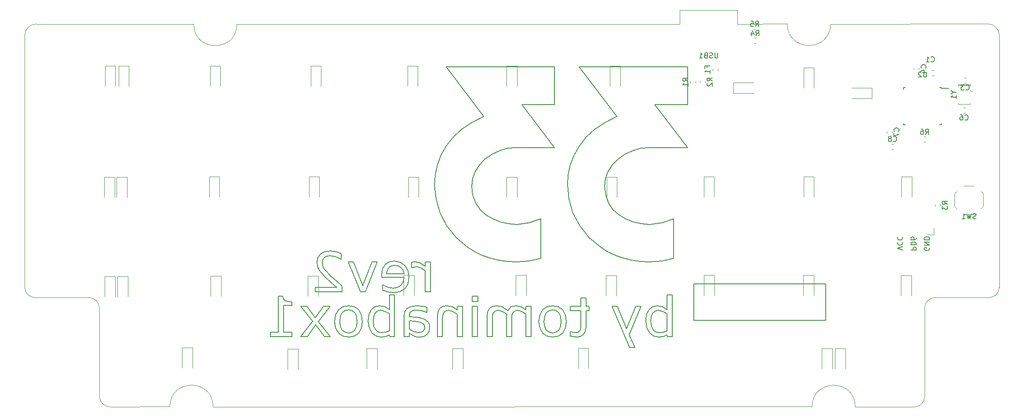
<source format=gbr>
G04 #@! TF.GenerationSoftware,KiCad,Pcbnew,(5.99.0-2555-g9cc6a77cc-dirty)*
G04 #@! TF.CreationDate,2020-09-08T07:39:34-05:00*
G04 #@! TF.ProjectId,_33,5f33332e-6b69-4636-9164-5f7063625858,rev?*
G04 #@! TF.SameCoordinates,Original*
G04 #@! TF.FileFunction,Legend,Bot*
G04 #@! TF.FilePolarity,Positive*
%FSLAX46Y46*%
G04 Gerber Fmt 4.6, Leading zero omitted, Abs format (unit mm)*
G04 Created by KiCad (PCBNEW (5.99.0-2555-g9cc6a77cc-dirty)) date 2020-09-08 07:39:34*
%MOMM*%
%LPD*%
G01*
G04 APERTURE LIST*
%ADD10C,0.200000*%
G04 #@! TA.AperFunction,Profile*
%ADD11C,0.050000*%
G04 #@! TD*
G04 #@! TA.AperFunction,Profile*
%ADD12C,0.100000*%
G04 #@! TD*
%ADD13C,0.150000*%
%ADD14C,0.120000*%
G04 APERTURE END LIST*
D10*
X126868959Y-94755412D02*
X127544625Y-94650768D01*
X158653142Y-107548023D02*
X157954219Y-107687549D01*
X163395735Y-102592313D02*
X161390695Y-102592313D01*
X130477998Y-103853144D02*
X130808726Y-103512080D01*
X112732035Y-93171491D02*
X112564088Y-94046112D01*
X126540261Y-103196887D02*
X125672099Y-102649119D01*
X131304818Y-103351884D02*
X131909431Y-103310544D01*
X179994166Y-107320660D02*
X179286202Y-107579042D01*
X123775581Y-103894525D02*
X124221291Y-103491450D01*
X133229764Y-106231532D02*
X133294359Y-106622980D01*
X158332498Y-71961625D02*
X151068098Y-71961625D01*
X169379898Y-102592275D02*
X172749188Y-110493575D01*
X145360766Y-104617941D02*
X145360698Y-108364475D01*
X161990143Y-108431730D02*
X162563750Y-108478240D01*
X156016366Y-103253725D02*
X155473765Y-104218780D01*
X176973684Y-104552102D02*
X177229481Y-103894525D01*
X107047978Y-101667229D02*
X106484708Y-101507032D01*
X164367248Y-102592313D02*
X164367248Y-100933503D01*
X119759244Y-102637485D02*
X118659828Y-102432072D01*
X124227010Y-94009975D02*
X123172810Y-94009975D01*
X137940074Y-103357046D02*
X138772061Y-103553415D01*
X136937554Y-103785959D02*
X137309623Y-103465566D01*
X136294029Y-84579075D02*
X135491052Y-81932316D01*
X132359018Y-105563616D02*
X133035977Y-105935685D01*
X126004673Y-96252736D02*
X126104166Y-95574484D01*
X146507994Y-103806629D02*
X146849057Y-103470733D01*
X147889129Y-86330087D02*
X149435652Y-86678742D01*
X150233842Y-103801460D02*
X150574905Y-103470731D01*
X131144626Y-107423962D02*
X130359147Y-106943373D01*
X124221291Y-103491450D02*
X124876291Y-103357092D01*
X143541738Y-100618185D02*
X142446198Y-100618185D01*
X179270694Y-108405858D02*
X179994161Y-108095800D01*
X143897559Y-75258168D02*
X143081386Y-76526481D01*
X142508208Y-108364455D02*
X143479722Y-108364455D01*
X172713008Y-108085465D02*
X175012598Y-102592275D01*
X175034152Y-86678742D02*
X176615798Y-86795225D01*
X163052198Y-56416825D02*
X183930998Y-56416825D01*
X119889728Y-103816995D02*
X120215288Y-104504290D01*
X185150198Y-105235575D02*
X185150198Y-98225175D01*
X155292898Y-105480975D02*
X155292898Y-105480975D01*
X115998498Y-105480975D02*
X116179366Y-106743168D01*
X137309623Y-103465566D02*
X137940074Y-103357046D01*
X134417538Y-99782147D02*
X134417538Y-94009907D01*
X133785283Y-102716267D02*
X132963631Y-102545735D01*
X142446198Y-100618185D02*
X142446198Y-101625875D01*
X142381298Y-79429224D02*
X142579438Y-81145908D01*
X151215692Y-103357044D02*
X152016673Y-103553413D01*
X164367248Y-106478368D02*
X164367248Y-103408798D01*
X151068098Y-71961625D02*
X149353003Y-72113727D01*
X131134289Y-108245620D02*
X131692392Y-108441989D01*
X124437043Y-107519617D02*
X123894443Y-107124294D01*
X114016158Y-93162447D02*
X114487705Y-92906649D01*
X180965673Y-108364517D02*
X180965673Y-100323687D01*
X172030403Y-85750452D02*
X173487629Y-86330087D01*
X152033298Y-63681225D02*
X158332498Y-71961625D01*
X121146753Y-106743170D02*
X121326328Y-105480975D01*
X151908153Y-102643909D02*
X150941807Y-102432036D01*
X129311956Y-96252727D02*
X126004673Y-96252736D01*
X181289398Y-85728425D02*
X181289398Y-93348425D01*
X110629378Y-102592235D02*
X109492498Y-102592235D01*
X123894443Y-107124294D02*
X123549504Y-106442166D01*
X130359145Y-105336245D02*
X131408175Y-105413755D01*
X159508385Y-106435693D02*
X159178949Y-107129445D01*
X126459423Y-94020310D02*
X125694616Y-94531905D01*
X130359145Y-106943375D02*
X130359145Y-105336245D01*
X173337610Y-72549794D02*
X171864212Y-73239463D01*
X133754273Y-108007907D02*
X134161224Y-107420091D01*
X147739111Y-72549794D02*
X146265712Y-73239463D01*
X151017298Y-94008825D02*
X149207412Y-93922058D01*
X152812488Y-108364473D02*
X153784001Y-108364473D01*
X168161368Y-77926954D02*
X167979798Y-79429224D01*
X139604049Y-108364475D02*
X140575563Y-108364475D01*
X169968142Y-92713425D02*
X168562026Y-92033132D01*
X133294359Y-106622980D02*
X133219428Y-107058352D01*
X178330191Y-103357092D02*
X179188017Y-103543126D01*
X133446024Y-99782147D02*
X134417538Y-99782147D01*
X132963631Y-102545735D02*
X131904271Y-102452715D01*
X180056171Y-108364517D02*
X180965673Y-108364517D01*
X144369642Y-92713425D02*
X142963526Y-92033132D01*
X133446024Y-95684217D02*
X133446024Y-99782147D01*
X146265712Y-73239463D02*
X144972098Y-74152375D01*
X150574905Y-103470731D02*
X151215692Y-103357044D01*
X116377798Y-98898517D02*
X112238528Y-98898517D01*
X131692392Y-108441989D02*
X132431363Y-108524669D01*
X176615798Y-86795225D02*
X179028798Y-86509475D01*
X135781267Y-75304900D02*
X136496336Y-73421728D01*
X156739829Y-107134613D02*
X156406517Y-106442151D01*
X173092838Y-93669497D02*
X171479330Y-93262750D01*
X121326328Y-105480975D02*
X121146753Y-104218782D01*
X112262348Y-104772975D02*
X110629378Y-102592235D01*
X177177798Y-102628448D02*
X176480168Y-103217558D01*
X123434518Y-105460315D02*
X123519784Y-104552102D01*
X125832302Y-107579042D02*
X125155343Y-107651392D01*
X158657022Y-103406169D02*
X159184116Y-103816995D01*
X176666598Y-71961625D02*
X174951503Y-72113727D01*
X170716648Y-84941025D02*
X172030403Y-85750452D01*
X123992622Y-108323176D02*
X124958968Y-108524713D01*
X117568168Y-102637485D02*
X116721968Y-103253725D01*
X140575563Y-108364475D02*
X140575563Y-102592235D01*
X112238498Y-99782175D02*
X117447468Y-99782175D01*
X210550158Y-98225175D02*
X210550158Y-105235575D01*
X138663541Y-102643911D02*
X137666189Y-102432038D01*
X107745608Y-107578996D02*
X106143638Y-107578996D01*
X115114878Y-102592235D02*
X113890148Y-102592235D01*
X159184116Y-103816995D02*
X159509677Y-104504290D01*
X115344238Y-96846967D02*
X113985158Y-95322517D01*
X126104166Y-95574484D02*
X126392245Y-95069346D01*
X146849057Y-103470733D02*
X147489843Y-103357046D01*
X130359143Y-104550773D02*
X130359143Y-104400912D01*
X118659828Y-103269227D02*
X119362627Y-103406169D01*
X116179366Y-104218780D02*
X115998498Y-105480975D01*
X125172682Y-99430823D02*
X126175202Y-99777054D01*
X160441151Y-106743170D02*
X160620726Y-105480975D01*
X134017822Y-105630807D02*
X133211673Y-104990022D01*
X131909431Y-103310544D02*
X132762089Y-103413897D01*
X134161224Y-107420091D02*
X134296874Y-106690167D01*
X120608028Y-107708225D02*
X121146753Y-106743170D01*
X123723899Y-102628448D02*
X123026269Y-103217558D01*
X176615798Y-94008825D02*
X174805912Y-93922058D01*
X142508208Y-102592215D02*
X142508208Y-108364455D01*
X174951503Y-72113727D02*
X173337610Y-72549794D01*
X123026269Y-103217558D02*
X122580561Y-104164525D01*
X136239929Y-102995310D02*
X135871736Y-103682606D01*
X168562026Y-92033132D02*
X167263736Y-91233478D01*
X113890148Y-102592235D02*
X112262348Y-104772975D01*
X163375065Y-106752250D02*
X163230372Y-107227672D01*
X139403148Y-89322525D02*
X137605403Y-87073434D01*
X130867378Y-95069275D02*
X131291124Y-94996925D01*
X112882458Y-105486105D02*
X115114878Y-102592235D01*
X132616108Y-107558320D02*
X132079966Y-107620332D01*
X117256288Y-92407975D02*
X116279608Y-92077247D01*
X177229481Y-103894525D02*
X177675190Y-103491450D01*
X123172810Y-94009975D02*
X121384810Y-98603995D01*
X159618197Y-105480975D02*
X159508385Y-106435693D01*
X146390418Y-102576730D02*
X145815517Y-103010811D01*
X143479722Y-108364455D02*
X143479722Y-102592215D01*
X115116868Y-92821383D02*
X116134888Y-92986747D01*
X121906750Y-99782215D02*
X124227010Y-94009975D01*
X162094836Y-73421728D02*
X163109348Y-71631425D01*
X156862566Y-102637485D02*
X156016366Y-103253725D01*
X106484708Y-101507032D02*
X106112638Y-101181472D01*
X129150467Y-95626157D02*
X129311956Y-96252727D01*
X149435652Y-86678742D02*
X151017298Y-86795225D01*
X156862565Y-108320589D02*
X157954226Y-108524710D01*
X164367248Y-100933503D02*
X163395735Y-100933503D01*
X172185908Y-106871065D02*
X170397908Y-102592275D01*
X106143638Y-102421706D02*
X107745608Y-102421706D01*
X165001648Y-89322525D02*
X163203903Y-87073434D01*
X132639874Y-95172622D02*
X133446024Y-95684217D01*
X131771713Y-94971085D02*
X132639874Y-95172622D01*
X128712513Y-98573001D02*
X128076895Y-98945070D01*
X179994159Y-100323687D02*
X179994159Y-103196887D01*
X142428427Y-67127291D02*
X144718098Y-66018025D01*
X153784001Y-102592233D02*
X152812488Y-102592233D01*
X138772061Y-103553415D02*
X139604049Y-104054675D01*
X177446521Y-108323176D02*
X178412868Y-108524713D01*
X130359145Y-108364475D02*
X130359145Y-107749527D01*
X125224362Y-98371463D02*
X125172682Y-98371463D01*
X110717228Y-108364475D02*
X112355368Y-106147565D01*
X167979798Y-79429224D02*
X168177938Y-81145908D01*
X117445440Y-107134613D02*
X117112125Y-106442151D01*
X148306328Y-103563751D02*
X149122813Y-104080513D01*
X115135548Y-108364475D02*
X112882458Y-105486105D01*
X132079966Y-107620332D02*
X131144626Y-107423962D01*
X152812488Y-102592233D02*
X152812488Y-103233019D01*
X162920314Y-107532562D02*
X162310534Y-107625582D01*
X157954226Y-108524710D02*
X159053641Y-108320589D01*
X157954219Y-107687549D02*
X157263049Y-107549315D01*
X157954226Y-102432072D02*
X156862566Y-102637485D01*
X158332498Y-56416825D02*
X158332498Y-63681225D01*
X143081386Y-76526481D02*
X142562868Y-77926954D01*
X160956400Y-77249984D02*
X161379767Y-75304900D01*
X105952438Y-100644039D02*
X105151458Y-100644039D01*
X114035568Y-92070787D02*
X113235878Y-92500992D01*
X179994166Y-104013380D02*
X179994166Y-107320660D01*
X168026927Y-67127291D02*
X170316598Y-66018025D01*
X136767022Y-104333727D02*
X136937554Y-103785959D01*
X159053641Y-108320589D02*
X159902426Y-107708225D01*
X149353003Y-72113727D02*
X147739111Y-72549794D01*
X165023537Y-103408798D02*
X165023537Y-102592313D01*
X152812488Y-104054673D02*
X152812488Y-108364473D01*
X130298972Y-96929686D02*
X130106478Y-95659741D01*
X113985158Y-95322517D02*
X113709975Y-94732115D01*
X131156767Y-94025407D02*
X130815704Y-94071917D01*
X156734666Y-103816995D02*
X157259180Y-103406169D01*
X125217902Y-95357433D02*
X125058998Y-96469765D01*
X130359143Y-104400912D02*
X130477998Y-103853144D01*
X105151458Y-107578999D02*
X103580498Y-107578999D01*
X118659830Y-107687549D02*
X117968663Y-107549315D01*
X161390695Y-103408798D02*
X163395735Y-103408798D01*
X143541738Y-101625875D02*
X143541738Y-100618185D01*
X173958408Y-102592275D02*
X172185908Y-106871065D01*
X117440268Y-103816995D02*
X117964783Y-103406169D01*
X173487629Y-86330087D02*
X175034152Y-86678742D01*
X142579438Y-81145908D02*
X143137742Y-82637563D01*
X125694616Y-94531905D02*
X125217902Y-95357433D01*
X157259180Y-103406169D02*
X157954226Y-103269227D01*
X156295413Y-105480973D02*
X156295418Y-105480975D01*
X164367248Y-103408798D02*
X165023537Y-103408798D01*
X163203903Y-87073434D02*
X161892529Y-84579075D01*
X146368468Y-104359565D02*
X146507994Y-103806629D01*
X117964783Y-103406169D02*
X118659828Y-103269227D01*
X128246131Y-94765748D02*
X128790025Y-95110687D01*
X177675190Y-103491450D02*
X178330191Y-103357092D01*
X113478758Y-96216515D02*
X114135048Y-96903809D01*
X122580561Y-104164525D02*
X122431992Y-105434468D01*
X150094316Y-104354396D02*
X150233842Y-103801460D01*
X148254637Y-102654244D02*
X147215947Y-102432036D01*
X133152246Y-108395478D02*
X133754273Y-108007907D01*
X122431992Y-105434468D02*
X122431998Y-105434475D01*
X103580498Y-108364475D02*
X107745608Y-108364475D01*
X161390698Y-108312875D02*
X161990143Y-108431730D01*
X109492498Y-102592235D02*
X111761088Y-105434425D01*
X168736242Y-82637563D02*
X169600536Y-83902998D01*
X158332498Y-63681225D02*
X152033298Y-63681225D01*
X129392798Y-108364475D02*
X130359145Y-108364475D01*
X124958968Y-108524713D02*
X125816794Y-108405858D01*
X149944455Y-102680083D02*
X149329507Y-103367377D01*
X210550158Y-105235575D02*
X185150198Y-105235575D01*
X113709975Y-94732115D02*
X113618248Y-94097787D01*
X152812488Y-103233019D02*
X151908153Y-102643909D01*
X124876291Y-103357092D02*
X125734117Y-103543126D01*
X153411248Y-93850075D02*
X151017298Y-94008825D01*
X176092603Y-106736715D02*
X176640372Y-107708228D01*
X128632412Y-94057775D02*
X127492946Y-93849778D01*
X146332298Y-108364475D02*
X146332298Y-105077865D01*
X179028798Y-86509475D02*
X181289398Y-85728425D01*
X161814442Y-107558402D02*
X161442373Y-107439547D01*
X170397908Y-102592275D02*
X169379898Y-102592275D01*
X118594298Y-94009975D02*
X120930068Y-99782215D01*
X129151761Y-97927047D02*
X128712513Y-98573001D01*
X123434524Y-105460314D02*
X123434518Y-105460315D01*
X133211673Y-104990022D02*
X131945603Y-104674796D01*
X103580498Y-107578999D02*
X103580498Y-108364475D01*
X175885898Y-105434475D02*
X176092603Y-106736715D01*
X126540267Y-107320660D02*
X125832302Y-107579042D01*
X112355368Y-106147565D02*
X114003838Y-108364475D01*
X127250072Y-99916580D02*
X128529059Y-99722794D01*
X144718098Y-66018025D02*
X137453698Y-56416825D01*
X117001020Y-105480973D02*
X117001018Y-105480975D01*
X135749005Y-104617950D02*
X135748998Y-108364475D01*
X176034460Y-104164525D02*
X175885891Y-105434468D01*
X185150198Y-98225175D02*
X210550158Y-98225175D01*
X177003403Y-106442166D02*
X176888423Y-105460314D01*
X159902426Y-103253725D02*
X159053642Y-102637485D01*
X130815698Y-95069275D02*
X130867378Y-95069275D01*
X129492822Y-99141436D02*
X130097435Y-98198343D01*
X117204588Y-93493175D02*
X117256288Y-93493175D01*
X163907330Y-108002818D02*
X164252269Y-107383994D01*
X125172682Y-98371463D02*
X125172682Y-99430823D01*
X126175202Y-99777054D02*
X127250072Y-99916580D01*
X113003338Y-95586065D02*
X113478758Y-96216515D01*
X175885891Y-105434468D02*
X175885898Y-105434475D01*
X113717725Y-93564229D02*
X114016158Y-93162447D01*
X156405230Y-104504290D02*
X156734666Y-103816995D01*
X116721968Y-107708225D02*
X117568168Y-108320589D01*
X143137742Y-82637563D02*
X144002036Y-83902998D01*
X176888418Y-105460315D02*
X176973684Y-104552102D01*
X164252269Y-107383994D02*
X164367248Y-106478368D01*
X112564088Y-94046112D02*
X112677778Y-94867764D01*
X149086633Y-108364473D02*
X150058146Y-108364473D01*
X139604049Y-104054675D02*
X139604049Y-108364475D01*
X117112125Y-106442151D02*
X117001020Y-105480973D01*
X159902426Y-107708225D02*
X160441151Y-106743170D01*
X135218498Y-79226025D02*
X135357900Y-77249984D01*
X145880830Y-93262750D02*
X144369642Y-92713425D01*
X133035977Y-105935685D02*
X133229764Y-106231532D01*
X115998498Y-105480975D02*
X115998498Y-105480975D01*
X112238528Y-98898517D02*
X112238498Y-99782175D01*
X131945603Y-104674796D02*
X130359143Y-104550773D01*
X144002036Y-83902998D02*
X145118148Y-84941025D01*
X115091058Y-91927386D02*
X114035568Y-92070787D01*
X135491052Y-81932316D02*
X135218498Y-79226025D01*
X119612310Y-94009975D02*
X118594298Y-94009975D01*
X117256288Y-93493175D02*
X117256288Y-92407975D01*
X161442373Y-107439547D02*
X161390693Y-107439547D01*
X179188017Y-103543126D02*
X179994166Y-104013380D01*
X128790025Y-95110687D02*
X129150467Y-95626157D01*
X156295418Y-105480975D02*
X156405230Y-104504290D01*
X155690898Y-93348425D02*
X153411248Y-93850075D01*
X183930998Y-71961625D02*
X176666598Y-71961625D01*
X130359145Y-107749527D02*
X130710543Y-107997574D01*
X119884560Y-107129445D02*
X119358753Y-107548023D01*
X134417538Y-94009907D02*
X133446024Y-94009907D01*
X133785283Y-103703284D02*
X133785283Y-102716267D01*
X183930998Y-63681225D02*
X177631798Y-63681225D01*
X161390693Y-107439547D02*
X161390698Y-108312875D01*
X116179366Y-106743168D02*
X116721968Y-107708225D01*
X133446024Y-94009907D02*
X133446024Y-94862566D01*
X117968663Y-107549315D02*
X117445440Y-107134613D01*
X121384810Y-98603995D02*
X119612310Y-94009975D01*
X116134888Y-92986747D02*
X117204588Y-93493175D01*
X129563339Y-103512078D02*
X129392807Y-104447419D01*
X130815704Y-94071917D02*
X130815698Y-95069275D01*
X135357900Y-77249984D02*
X135781267Y-75304900D01*
X125058998Y-96996875D02*
X129311958Y-96996875D01*
X161892529Y-84579075D02*
X161089552Y-81932316D01*
X142963526Y-92033132D02*
X141665236Y-91233478D01*
X163395735Y-100933503D02*
X163395735Y-102592313D01*
X159509677Y-104504290D02*
X159618197Y-105480975D01*
X160441151Y-104218782D02*
X159902426Y-103253725D01*
X126602272Y-108364517D02*
X127511774Y-108364517D01*
X116362258Y-97771973D02*
X115344238Y-96846967D01*
X172749188Y-110493575D02*
X173787878Y-110493575D01*
X156406517Y-106442151D02*
X156295413Y-105480973D01*
X155690898Y-85728425D02*
X155690898Y-93348425D01*
X114487705Y-92906649D02*
X115116868Y-92821383D01*
X123186472Y-107708228D02*
X123992622Y-108323176D01*
X142446198Y-101625875D02*
X143541738Y-101625875D01*
X173787878Y-110493575D02*
X172713008Y-108085465D01*
X127260410Y-99069093D02*
X126077020Y-98836550D01*
X107745608Y-101718909D02*
X107047978Y-101667229D01*
X131291124Y-94996925D02*
X131771713Y-94971085D01*
X131523669Y-94009907D02*
X131156767Y-94025407D01*
X146431903Y-85750452D02*
X147889129Y-86330087D01*
X115277088Y-97958009D02*
X116377798Y-98898517D01*
X168679885Y-76526481D02*
X168161368Y-77926954D01*
X117447468Y-99782175D02*
X117447468Y-98702145D01*
X130106478Y-95659741D02*
X129528996Y-94681766D01*
X155473765Y-106743168D02*
X156016366Y-107708225D01*
X106143638Y-107578996D02*
X106143638Y-102421706D01*
X165023537Y-102592313D02*
X164367248Y-102592313D01*
X140575563Y-102592235D02*
X139604049Y-102592235D01*
X169496059Y-75258168D02*
X168679885Y-76526481D01*
X162563750Y-108478240D02*
X163341477Y-108359384D01*
X130808726Y-103512080D02*
X131304818Y-103351884D01*
X159053642Y-102637485D02*
X157954226Y-102432072D01*
X116721968Y-103253725D02*
X116179366Y-104218780D01*
X132431363Y-108524669D02*
X133152246Y-108395478D01*
X136496336Y-73421728D02*
X137510848Y-71631425D01*
X131904271Y-102452715D02*
X130844911Y-102556068D01*
X126077020Y-98836550D02*
X125224362Y-98371463D01*
X135748998Y-108364475D02*
X136720512Y-108364475D01*
X163341477Y-108359384D02*
X163907330Y-108002818D01*
X166067654Y-68453250D02*
X168026927Y-67127291D01*
X161390695Y-102592313D02*
X161390695Y-103408798D01*
X145474454Y-103699396D02*
X145360766Y-104617941D01*
X120323808Y-105480975D02*
X120213996Y-106435693D01*
X111761088Y-105434425D02*
X109492498Y-108364475D01*
X125672099Y-102649119D02*
X124638569Y-102432078D01*
X136720512Y-105077865D02*
X136767022Y-104333727D01*
X150058146Y-108364473D02*
X150058146Y-105077863D01*
X107745608Y-102421706D02*
X107745608Y-101718909D01*
X136841954Y-102572856D02*
X136239929Y-102995310D01*
X150058146Y-105077863D02*
X150094316Y-104354396D01*
X180965673Y-100323687D02*
X179994159Y-100323687D01*
X113618248Y-94097787D02*
X113717725Y-93564229D01*
X160816998Y-79226025D02*
X160956400Y-77249984D01*
X121146753Y-104218782D02*
X120608028Y-103253725D01*
X176640372Y-107708228D02*
X177446521Y-108323176D01*
X117447468Y-98702145D02*
X116362258Y-97771973D01*
X144972098Y-74152375D02*
X143897559Y-75258168D01*
X128076895Y-98945070D02*
X127260410Y-99069093D01*
X168177938Y-81145908D02*
X168736242Y-82637563D01*
X145118148Y-84941025D02*
X146431903Y-85750452D01*
X127492946Y-93849778D02*
X126459423Y-94020310D01*
X114003838Y-108364475D02*
X115135548Y-108364475D01*
X183930998Y-56416825D02*
X183930998Y-63681225D01*
X149086633Y-104669623D02*
X149086633Y-108364473D01*
X130359147Y-106943373D02*
X130359145Y-106943375D01*
X117568168Y-108320589D02*
X118659828Y-108524710D01*
X163395735Y-106039118D02*
X163375065Y-106752250D01*
X123549504Y-106442166D02*
X123434524Y-105460314D01*
X126540267Y-104013380D02*
X126540267Y-107320660D01*
X149122813Y-104080513D02*
X149096973Y-104359565D01*
X178412868Y-108524713D02*
X179270694Y-108405858D01*
X119759243Y-108320589D02*
X120608028Y-107708225D01*
X146332298Y-105077865D02*
X146368468Y-104359565D01*
X179009748Y-93850075D02*
X176615798Y-94008825D01*
X122638703Y-106736715D02*
X123186472Y-107708228D01*
X176888423Y-105460314D02*
X176888418Y-105460315D01*
X113235878Y-92500992D02*
X112732035Y-93171491D01*
X135871736Y-103682606D02*
X135749005Y-104617950D01*
X147215947Y-102432036D02*
X146390418Y-102576730D01*
X126540261Y-100323687D02*
X126540261Y-103196887D01*
X179125998Y-102649119D02*
X178092468Y-102432078D01*
X149096973Y-104359565D02*
X149086633Y-104669623D01*
X156016366Y-107708225D02*
X156862565Y-108320589D01*
X155473765Y-104218780D02*
X155292898Y-105480975D01*
X127511774Y-100323687D02*
X126540261Y-100323687D01*
X171479330Y-93262750D02*
X169968142Y-92713425D01*
X114135048Y-96903809D02*
X115277088Y-97958009D01*
X171864212Y-73239463D02*
X170570598Y-74152375D01*
X161379767Y-75304900D02*
X162094836Y-73421728D01*
X155292898Y-105480975D02*
X155473765Y-106743168D01*
X130844911Y-102556068D02*
X130059431Y-102897131D01*
X106112638Y-101181472D02*
X105952438Y-100644039D01*
X124638569Y-102432078D02*
X123723899Y-102628448D01*
X129392807Y-104447419D02*
X129392798Y-108364475D01*
X137605403Y-87073434D02*
X136294029Y-84579075D01*
X125058998Y-96469765D02*
X125058998Y-96996875D01*
X147494338Y-93669497D02*
X145880830Y-93262750D01*
X130059431Y-102897131D02*
X129563339Y-103512078D01*
X164431041Y-69964947D02*
X166067654Y-68453250D01*
X126392245Y-95069346D02*
X126868959Y-94755412D01*
X179286202Y-107579042D02*
X178609242Y-107651392D01*
X149207412Y-93922058D02*
X147494338Y-93669497D01*
X163395735Y-103408798D02*
X163395735Y-106039118D01*
X141665236Y-91233478D02*
X139403148Y-89322525D01*
X176480168Y-103217558D02*
X176034460Y-104164525D01*
X178092468Y-102432078D02*
X177177798Y-102628448D01*
X107745608Y-108364475D02*
X107745608Y-107578996D01*
X162310534Y-107625582D02*
X161814442Y-107558402D01*
X139604049Y-103233021D02*
X138663541Y-102643911D01*
X161089552Y-81932316D02*
X160816998Y-79226025D01*
X133733603Y-103703284D02*
X133785283Y-103703284D01*
X159178949Y-107129445D02*
X158653142Y-107548023D01*
X163230372Y-107227672D02*
X162920314Y-107532562D01*
X137453698Y-56416825D02*
X158332498Y-56416825D01*
X122431998Y-105434475D02*
X122638703Y-106736715D01*
X170570598Y-74152375D02*
X169496059Y-75258168D01*
X177631798Y-63681225D02*
X183930998Y-71961625D01*
X134296874Y-106690167D02*
X134227111Y-106097183D01*
X136720512Y-108364475D02*
X136720512Y-105077865D01*
X178609242Y-107651392D02*
X177890942Y-107519617D01*
X170316598Y-66018025D02*
X163052198Y-56416825D01*
X140469154Y-68453250D02*
X142428427Y-67127291D01*
X112677778Y-94867764D02*
X113003338Y-95586065D01*
X179994161Y-108095800D02*
X180056171Y-108364517D01*
X132994636Y-107372286D02*
X132616108Y-107558320D01*
X151017298Y-86795225D02*
X153430299Y-86509475D01*
X142562868Y-77926954D02*
X142381298Y-79429224D01*
X147489843Y-103357046D02*
X148306328Y-103563751D01*
X125816794Y-108405858D02*
X126540262Y-108095800D01*
X128529059Y-99722794D02*
X129492822Y-99141436D01*
X177890942Y-107519617D02*
X177348342Y-107124294D01*
X120930068Y-99782215D02*
X121906750Y-99782215D01*
X127511774Y-108364517D02*
X127511774Y-100323687D01*
X129528996Y-94681766D02*
X128632412Y-94057775D01*
X125155343Y-107651392D02*
X124437043Y-107519617D01*
X118659828Y-102432072D02*
X117568168Y-102637485D01*
X125734117Y-103543126D02*
X126540267Y-104013380D01*
X179994159Y-103196887D02*
X179125998Y-102649119D01*
X105151458Y-100644039D02*
X105151458Y-107578999D01*
X109492498Y-108364475D02*
X110717228Y-108364475D01*
X133446024Y-94862566D02*
X132428004Y-94206277D01*
X163109348Y-71631425D02*
X164431041Y-69964947D01*
X145815517Y-103010811D02*
X145474454Y-103699396D01*
X131408175Y-105413755D02*
X132359018Y-105563616D01*
X137666189Y-102432038D02*
X136841954Y-102572856D01*
X143479722Y-102592215D02*
X142508208Y-102592215D01*
X153784001Y-108364473D02*
X153784001Y-102592233D01*
X130710543Y-107997574D02*
X131134289Y-108245620D01*
X157954226Y-103269227D02*
X158657022Y-103406169D01*
X150941807Y-102432036D02*
X149944455Y-102680083D01*
X123519784Y-104552102D02*
X123775581Y-103894525D01*
X157263049Y-107549315D02*
X156739829Y-107134613D01*
X132428004Y-94206277D02*
X131523669Y-94009907D01*
X130097435Y-98198343D02*
X130298972Y-96929686D01*
X127544625Y-94650768D02*
X128246131Y-94765748D01*
X138832541Y-69964947D02*
X140469154Y-68453250D01*
X137510848Y-71631425D02*
X138832541Y-69964947D01*
X119362627Y-103406169D02*
X119889728Y-103816995D01*
X133219428Y-107058352D02*
X132994636Y-107372286D01*
X139604049Y-102592235D02*
X139604049Y-103233021D01*
X117001018Y-105480975D02*
X117110831Y-104504290D01*
X132762089Y-103413897D02*
X133733603Y-103703284D01*
X116279608Y-92077247D02*
X115091058Y-91927386D01*
X167263736Y-91233478D02*
X165001648Y-89322525D01*
X169600536Y-83902998D02*
X170716648Y-84941025D01*
X175012598Y-102592275D02*
X173958408Y-102592275D01*
X153430299Y-86509475D02*
X155690898Y-85728425D01*
X174805912Y-93922058D02*
X173092838Y-93669497D01*
X126540262Y-108095800D02*
X126602272Y-108364517D01*
X145360698Y-108364475D02*
X146332298Y-108364475D01*
X120213996Y-106435693D02*
X119884560Y-107129445D01*
X160620726Y-105480975D02*
X160441151Y-104218782D01*
X177348342Y-107124294D02*
X177003403Y-106442166D01*
X118659828Y-108524710D02*
X119759243Y-108320589D01*
X149329507Y-103367377D02*
X148254637Y-102654244D01*
X152016673Y-103553413D02*
X152812488Y-104054673D01*
X181289398Y-93348425D02*
X179009748Y-93850075D01*
X117110831Y-104504290D02*
X117440268Y-103816995D01*
X120215288Y-104504290D02*
X120323808Y-105480975D01*
X119358753Y-107548023D02*
X118659830Y-107687549D01*
X120608028Y-103253725D02*
X119759244Y-102637485D01*
X134227111Y-106097183D02*
X134017822Y-105630807D01*
X129311958Y-96996875D02*
X129151761Y-97927047D01*
D11*
X241750000Y-48140000D02*
G75*
G02*
X244000199Y-50390199I0J-2250199D01*
G01*
X182420000Y-48160000D02*
X97178803Y-48212991D01*
X227600000Y-121950000D02*
X216250000Y-121940000D01*
X84250000Y-121887009D02*
X72680000Y-121910000D01*
X207910222Y-121897009D02*
G75*
G02*
X216250000Y-121940000I4169778J-42991D01*
G01*
X72680000Y-121910000D02*
G75*
G02*
X70670000Y-119900000I0J2010000D01*
G01*
X231620000Y-100890000D02*
X241980000Y-100890000D01*
X241980000Y-100890000D02*
G75*
G03*
X243990000Y-98880000I0J2010000D01*
G01*
X229610000Y-119940000D02*
X229610000Y-102900000D01*
X231620000Y-100890000D02*
G75*
G03*
X229610000Y-102900000I0J-2010000D01*
G01*
X227600000Y-121950000D02*
G75*
G03*
X229610000Y-119940000I0J2010000D01*
G01*
X56289801Y-50410000D02*
G75*
G02*
X58540000Y-48159801I2250199J0D01*
G01*
D12*
X56290000Y-98880000D02*
X56289801Y-50410000D01*
D11*
X68660000Y-100890000D02*
G75*
G02*
X70670000Y-102900000I0J-2010000D01*
G01*
X211489778Y-48182991D02*
G75*
G02*
X203150000Y-48140000I-4169778J42991D01*
G01*
X58540000Y-48159801D02*
X88839025Y-48170000D01*
X84250000Y-121887009D02*
G75*
G02*
X92589778Y-121930000I4169778J-42991D01*
G01*
D12*
X244000199Y-50390199D02*
X243990000Y-98880000D01*
D11*
X58300000Y-100890000D02*
G75*
G02*
X56290000Y-98880000I0J2010000D01*
G01*
X182420000Y-48160000D02*
X182420000Y-45500000D01*
X241750000Y-48140000D02*
X211489778Y-48182991D01*
D12*
X207910222Y-121897009D02*
X92589778Y-121930000D01*
D11*
X68660000Y-100890000D02*
X58300000Y-100890000D01*
X182420000Y-45500000D02*
X193510000Y-45500000D01*
X97178803Y-48212991D02*
G75*
G02*
X88839025Y-48170000I-4169778J42991D01*
G01*
X70670000Y-119900000D02*
X70670000Y-102900000D01*
X193510000Y-45500000D02*
X193510000Y-48160000D01*
X193510000Y-48160000D02*
X203150000Y-48140000D01*
D13*
X225347619Y-91733333D02*
X224347619Y-91400000D01*
X225347619Y-91066666D01*
X224442857Y-90161904D02*
X224395238Y-90209523D01*
X224347619Y-90352380D01*
X224347619Y-90447619D01*
X224395238Y-90590476D01*
X224490476Y-90685714D01*
X224585714Y-90733333D01*
X224776190Y-90780952D01*
X224919047Y-90780952D01*
X225109523Y-90733333D01*
X225204761Y-90685714D01*
X225300000Y-90590476D01*
X225347619Y-90447619D01*
X225347619Y-90352380D01*
X225300000Y-90209523D01*
X225252380Y-90161904D01*
X224442857Y-89161904D02*
X224395238Y-89209523D01*
X224347619Y-89352380D01*
X224347619Y-89447619D01*
X224395238Y-89590476D01*
X224490476Y-89685714D01*
X224585714Y-89733333D01*
X224776190Y-89780952D01*
X224919047Y-89780952D01*
X225109523Y-89733333D01*
X225204761Y-89685714D01*
X225300000Y-89590476D01*
X225347619Y-89447619D01*
X225347619Y-89352380D01*
X225300000Y-89209523D01*
X225252380Y-89161904D01*
X226947619Y-91738095D02*
X227947619Y-91738095D01*
X227947619Y-91357142D01*
X227900000Y-91261904D01*
X227852380Y-91214285D01*
X227757142Y-91166666D01*
X227614285Y-91166666D01*
X227519047Y-91214285D01*
X227471428Y-91261904D01*
X227423809Y-91357142D01*
X227423809Y-91738095D01*
X226947619Y-90738095D02*
X227947619Y-90738095D01*
X227947619Y-90500000D01*
X227900000Y-90357142D01*
X227804761Y-90261904D01*
X227709523Y-90214285D01*
X227519047Y-90166666D01*
X227376190Y-90166666D01*
X227185714Y-90214285D01*
X227090476Y-90261904D01*
X226995238Y-90357142D01*
X226947619Y-90500000D01*
X226947619Y-90738095D01*
X227947619Y-89309523D02*
X227947619Y-89500000D01*
X227900000Y-89595238D01*
X227852380Y-89642857D01*
X227709523Y-89738095D01*
X227519047Y-89785714D01*
X227138095Y-89785714D01*
X227042857Y-89738095D01*
X226995238Y-89690476D01*
X226947619Y-89595238D01*
X226947619Y-89404761D01*
X226995238Y-89309523D01*
X227042857Y-89261904D01*
X227138095Y-89214285D01*
X227376190Y-89214285D01*
X227471428Y-89261904D01*
X227519047Y-89309523D01*
X227566666Y-89404761D01*
X227566666Y-89595238D01*
X227519047Y-89690476D01*
X227471428Y-89738095D01*
X227376190Y-89785714D01*
X230500000Y-91261904D02*
X230547619Y-91357142D01*
X230547619Y-91500000D01*
X230500000Y-91642857D01*
X230404761Y-91738095D01*
X230309523Y-91785714D01*
X230119047Y-91833333D01*
X229976190Y-91833333D01*
X229785714Y-91785714D01*
X229690476Y-91738095D01*
X229595238Y-91642857D01*
X229547619Y-91500000D01*
X229547619Y-91404761D01*
X229595238Y-91261904D01*
X229642857Y-91214285D01*
X229976190Y-91214285D01*
X229976190Y-91404761D01*
X229547619Y-90785714D02*
X230547619Y-90785714D01*
X229547619Y-90214285D01*
X230547619Y-90214285D01*
X229547619Y-89738095D02*
X230547619Y-89738095D01*
X230547619Y-89500000D01*
X230500000Y-89357142D01*
X230404761Y-89261904D01*
X230309523Y-89214285D01*
X230119047Y-89166666D01*
X229976190Y-89166666D01*
X229785714Y-89214285D01*
X229690476Y-89261904D01*
X229595238Y-89357142D01*
X229547619Y-89500000D01*
X229547619Y-89738095D01*
X230854166Y-55357142D02*
X230901785Y-55404761D01*
X231044642Y-55452380D01*
X231139880Y-55452380D01*
X231282738Y-55404761D01*
X231377976Y-55309523D01*
X231425595Y-55214285D01*
X231473214Y-55023809D01*
X231473214Y-54880952D01*
X231425595Y-54690476D01*
X231377976Y-54595238D01*
X231282738Y-54500000D01*
X231139880Y-54452380D01*
X231044642Y-54452380D01*
X230901785Y-54500000D01*
X230854166Y-54547619D01*
X229901785Y-55452380D02*
X230473214Y-55452380D01*
X230187500Y-55452380D02*
X230187500Y-54452380D01*
X230282738Y-54595238D01*
X230377976Y-54690476D01*
X230473214Y-54738095D01*
X237554166Y-60787142D02*
X237601785Y-60834761D01*
X237744642Y-60882380D01*
X237839880Y-60882380D01*
X237982738Y-60834761D01*
X238077976Y-60739523D01*
X238125595Y-60644285D01*
X238173214Y-60453809D01*
X238173214Y-60310952D01*
X238125595Y-60120476D01*
X238077976Y-60025238D01*
X237982738Y-59930000D01*
X237839880Y-59882380D01*
X237744642Y-59882380D01*
X237601785Y-59930000D01*
X237554166Y-59977619D01*
X237220833Y-59882380D02*
X236601785Y-59882380D01*
X236935119Y-60263333D01*
X236792261Y-60263333D01*
X236697023Y-60310952D01*
X236649404Y-60358571D01*
X236601785Y-60453809D01*
X236601785Y-60691904D01*
X236649404Y-60787142D01*
X236697023Y-60834761D01*
X236792261Y-60882380D01*
X237077976Y-60882380D01*
X237173214Y-60834761D01*
X237220833Y-60787142D01*
X229787142Y-56633333D02*
X229834761Y-56585714D01*
X229882380Y-56442857D01*
X229882380Y-56347619D01*
X229834761Y-56204761D01*
X229739523Y-56109523D01*
X229644285Y-56061904D01*
X229453809Y-56014285D01*
X229310952Y-56014285D01*
X229120476Y-56061904D01*
X229025238Y-56109523D01*
X228930000Y-56204761D01*
X228882380Y-56347619D01*
X228882380Y-56442857D01*
X228930000Y-56585714D01*
X228977619Y-56633333D01*
X229215714Y-57490476D02*
X229882380Y-57490476D01*
X228834761Y-57252380D02*
X229549047Y-57014285D01*
X229549047Y-57633333D01*
X237354166Y-66587142D02*
X237401785Y-66634761D01*
X237544642Y-66682380D01*
X237639880Y-66682380D01*
X237782738Y-66634761D01*
X237877976Y-66539523D01*
X237925595Y-66444285D01*
X237973214Y-66253809D01*
X237973214Y-66110952D01*
X237925595Y-65920476D01*
X237877976Y-65825238D01*
X237782738Y-65730000D01*
X237639880Y-65682380D01*
X237544642Y-65682380D01*
X237401785Y-65730000D01*
X237354166Y-65777619D01*
X236497023Y-65682380D02*
X236687500Y-65682380D01*
X236782738Y-65730000D01*
X236830357Y-65777619D01*
X236925595Y-65920476D01*
X236973214Y-66110952D01*
X236973214Y-66491904D01*
X236925595Y-66587142D01*
X236877976Y-66634761D01*
X236782738Y-66682380D01*
X236592261Y-66682380D01*
X236497023Y-66634761D01*
X236449404Y-66587142D01*
X236401785Y-66491904D01*
X236401785Y-66253809D01*
X236449404Y-66158571D01*
X236497023Y-66110952D01*
X236592261Y-66063333D01*
X236782738Y-66063333D01*
X236877976Y-66110952D01*
X236925595Y-66158571D01*
X236973214Y-66253809D01*
X224587142Y-68833333D02*
X224634761Y-68785714D01*
X224682380Y-68642857D01*
X224682380Y-68547619D01*
X224634761Y-68404761D01*
X224539523Y-68309523D01*
X224444285Y-68261904D01*
X224253809Y-68214285D01*
X224110952Y-68214285D01*
X223920476Y-68261904D01*
X223825238Y-68309523D01*
X223730000Y-68404761D01*
X223682380Y-68547619D01*
X223682380Y-68642857D01*
X223730000Y-68785714D01*
X223777619Y-68833333D01*
X223682380Y-69166666D02*
X223682380Y-69833333D01*
X224682380Y-69404761D01*
X223566666Y-70727142D02*
X223614285Y-70774761D01*
X223757142Y-70822380D01*
X223852380Y-70822380D01*
X223995238Y-70774761D01*
X224090476Y-70679523D01*
X224138095Y-70584285D01*
X224185714Y-70393809D01*
X224185714Y-70250952D01*
X224138095Y-70060476D01*
X224090476Y-69965238D01*
X223995238Y-69870000D01*
X223852380Y-69822380D01*
X223757142Y-69822380D01*
X223614285Y-69870000D01*
X223566666Y-69917619D01*
X222995238Y-70250952D02*
X223090476Y-70203333D01*
X223138095Y-70155714D01*
X223185714Y-70060476D01*
X223185714Y-70012857D01*
X223138095Y-69917619D01*
X223090476Y-69870000D01*
X222995238Y-69822380D01*
X222804761Y-69822380D01*
X222709523Y-69870000D01*
X222661904Y-69917619D01*
X222614285Y-70012857D01*
X222614285Y-70060476D01*
X222661904Y-70155714D01*
X222709523Y-70203333D01*
X222804761Y-70250952D01*
X222995238Y-70250952D01*
X223090476Y-70298571D01*
X223138095Y-70346190D01*
X223185714Y-70441428D01*
X223185714Y-70631904D01*
X223138095Y-70727142D01*
X223090476Y-70774761D01*
X222995238Y-70822380D01*
X222804761Y-70822380D01*
X222709523Y-70774761D01*
X222661904Y-70727142D01*
X222614285Y-70631904D01*
X222614285Y-70441428D01*
X222661904Y-70346190D01*
X222709523Y-70298571D01*
X222804761Y-70250952D01*
X184012380Y-59193333D02*
X183536190Y-58860000D01*
X184012380Y-58621904D02*
X183012380Y-58621904D01*
X183012380Y-59002857D01*
X183060000Y-59098095D01*
X183107619Y-59145714D01*
X183202857Y-59193333D01*
X183345714Y-59193333D01*
X183440952Y-59145714D01*
X183488571Y-59098095D01*
X183536190Y-59002857D01*
X183536190Y-58621904D01*
X184012380Y-60145714D02*
X184012380Y-59574285D01*
X184012380Y-59860000D02*
X183012380Y-59860000D01*
X183155238Y-59764761D01*
X183250476Y-59669523D01*
X183298095Y-59574285D01*
X188712380Y-59153333D02*
X188236190Y-58820000D01*
X188712380Y-58581904D02*
X187712380Y-58581904D01*
X187712380Y-58962857D01*
X187760000Y-59058095D01*
X187807619Y-59105714D01*
X187902857Y-59153333D01*
X188045714Y-59153333D01*
X188140952Y-59105714D01*
X188188571Y-59058095D01*
X188236190Y-58962857D01*
X188236190Y-58581904D01*
X187807619Y-59534285D02*
X187760000Y-59581904D01*
X187712380Y-59677142D01*
X187712380Y-59915238D01*
X187760000Y-60010476D01*
X187807619Y-60058095D01*
X187902857Y-60105714D01*
X187998095Y-60105714D01*
X188140952Y-60058095D01*
X188712380Y-59486666D01*
X188712380Y-60105714D01*
X233982380Y-82933333D02*
X233506190Y-82600000D01*
X233982380Y-82361904D02*
X232982380Y-82361904D01*
X232982380Y-82742857D01*
X233030000Y-82838095D01*
X233077619Y-82885714D01*
X233172857Y-82933333D01*
X233315714Y-82933333D01*
X233410952Y-82885714D01*
X233458571Y-82838095D01*
X233506190Y-82742857D01*
X233506190Y-82361904D01*
X232982380Y-83266666D02*
X232982380Y-83885714D01*
X233363333Y-83552380D01*
X233363333Y-83695238D01*
X233410952Y-83790476D01*
X233458571Y-83838095D01*
X233553809Y-83885714D01*
X233791904Y-83885714D01*
X233887142Y-83838095D01*
X233934761Y-83790476D01*
X233982380Y-83695238D01*
X233982380Y-83409523D01*
X233934761Y-83314285D01*
X233887142Y-83266666D01*
X197069166Y-50392380D02*
X197402500Y-49916190D01*
X197640595Y-50392380D02*
X197640595Y-49392380D01*
X197259642Y-49392380D01*
X197164404Y-49440000D01*
X197116785Y-49487619D01*
X197069166Y-49582857D01*
X197069166Y-49725714D01*
X197116785Y-49820952D01*
X197164404Y-49868571D01*
X197259642Y-49916190D01*
X197640595Y-49916190D01*
X196212023Y-49725714D02*
X196212023Y-50392380D01*
X196450119Y-49344761D02*
X196688214Y-50059047D01*
X196069166Y-50059047D01*
X197029166Y-48632380D02*
X197362500Y-48156190D01*
X197600595Y-48632380D02*
X197600595Y-47632380D01*
X197219642Y-47632380D01*
X197124404Y-47680000D01*
X197076785Y-47727619D01*
X197029166Y-47822857D01*
X197029166Y-47965714D01*
X197076785Y-48060952D01*
X197124404Y-48108571D01*
X197219642Y-48156190D01*
X197600595Y-48156190D01*
X196124404Y-47632380D02*
X196600595Y-47632380D01*
X196648214Y-48108571D01*
X196600595Y-48060952D01*
X196505357Y-48013333D01*
X196267261Y-48013333D01*
X196172023Y-48060952D01*
X196124404Y-48108571D01*
X196076785Y-48203809D01*
X196076785Y-48441904D01*
X196124404Y-48537142D01*
X196172023Y-48584761D01*
X196267261Y-48632380D01*
X196505357Y-48632380D01*
X196600595Y-48584761D01*
X196648214Y-48537142D01*
X229754166Y-69422380D02*
X230087500Y-68946190D01*
X230325595Y-69422380D02*
X230325595Y-68422380D01*
X229944642Y-68422380D01*
X229849404Y-68470000D01*
X229801785Y-68517619D01*
X229754166Y-68612857D01*
X229754166Y-68755714D01*
X229801785Y-68850952D01*
X229849404Y-68898571D01*
X229944642Y-68946190D01*
X230325595Y-68946190D01*
X228897023Y-68422380D02*
X229087500Y-68422380D01*
X229182738Y-68470000D01*
X229230357Y-68517619D01*
X229325595Y-68660476D01*
X229373214Y-68850952D01*
X229373214Y-69231904D01*
X229325595Y-69327142D01*
X229277976Y-69374761D01*
X229182738Y-69422380D01*
X228992261Y-69422380D01*
X228897023Y-69374761D01*
X228849404Y-69327142D01*
X228801785Y-69231904D01*
X228801785Y-68993809D01*
X228849404Y-68898571D01*
X228897023Y-68850952D01*
X228992261Y-68803333D01*
X229182738Y-68803333D01*
X229277976Y-68850952D01*
X229325595Y-68898571D01*
X229373214Y-68993809D01*
X239483333Y-85644761D02*
X239340476Y-85692380D01*
X239102380Y-85692380D01*
X239007142Y-85644761D01*
X238959523Y-85597142D01*
X238911904Y-85501904D01*
X238911904Y-85406666D01*
X238959523Y-85311428D01*
X239007142Y-85263809D01*
X239102380Y-85216190D01*
X239292857Y-85168571D01*
X239388095Y-85120952D01*
X239435714Y-85073333D01*
X239483333Y-84978095D01*
X239483333Y-84882857D01*
X239435714Y-84787619D01*
X239388095Y-84740000D01*
X239292857Y-84692380D01*
X239054761Y-84692380D01*
X238911904Y-84740000D01*
X238578571Y-84692380D02*
X238340476Y-85692380D01*
X238150000Y-84978095D01*
X237959523Y-85692380D01*
X237721428Y-84692380D01*
X236816666Y-85692380D02*
X237388095Y-85692380D01*
X237102380Y-85692380D02*
X237102380Y-84692380D01*
X237197619Y-84835238D01*
X237292857Y-84930476D01*
X237388095Y-84978095D01*
X235176190Y-61323809D02*
X235652380Y-61323809D01*
X234652380Y-60990476D02*
X235176190Y-61323809D01*
X234652380Y-61657142D01*
X235652380Y-62514285D02*
X235652380Y-61942857D01*
X235652380Y-62228571D02*
X234652380Y-62228571D01*
X234795238Y-62133333D01*
X234890476Y-62038095D01*
X234938095Y-61942857D01*
X187728571Y-56616666D02*
X187728571Y-56283333D01*
X188252380Y-56283333D02*
X187252380Y-56283333D01*
X187252380Y-56759523D01*
X188252380Y-57664285D02*
X188252380Y-57092857D01*
X188252380Y-57378571D02*
X187252380Y-57378571D01*
X187395238Y-57283333D01*
X187490476Y-57188095D01*
X187538095Y-57092857D01*
X189748095Y-53722380D02*
X189748095Y-54531904D01*
X189700476Y-54627142D01*
X189652857Y-54674761D01*
X189557619Y-54722380D01*
X189367142Y-54722380D01*
X189271904Y-54674761D01*
X189224285Y-54627142D01*
X189176666Y-54531904D01*
X189176666Y-53722380D01*
X188748095Y-54674761D02*
X188605238Y-54722380D01*
X188367142Y-54722380D01*
X188271904Y-54674761D01*
X188224285Y-54627142D01*
X188176666Y-54531904D01*
X188176666Y-54436666D01*
X188224285Y-54341428D01*
X188271904Y-54293809D01*
X188367142Y-54246190D01*
X188557619Y-54198571D01*
X188652857Y-54150952D01*
X188700476Y-54103333D01*
X188748095Y-54008095D01*
X188748095Y-53912857D01*
X188700476Y-53817619D01*
X188652857Y-53770000D01*
X188557619Y-53722380D01*
X188319523Y-53722380D01*
X188176666Y-53770000D01*
X187414761Y-54198571D02*
X187271904Y-54246190D01*
X187224285Y-54293809D01*
X187176666Y-54389047D01*
X187176666Y-54531904D01*
X187224285Y-54627142D01*
X187271904Y-54674761D01*
X187367142Y-54722380D01*
X187748095Y-54722380D01*
X187748095Y-53722380D01*
X187414761Y-53722380D01*
X187319523Y-53770000D01*
X187271904Y-53817619D01*
X187224285Y-53912857D01*
X187224285Y-54008095D01*
X187271904Y-54103333D01*
X187319523Y-54150952D01*
X187414761Y-54198571D01*
X187748095Y-54198571D01*
X186224285Y-54722380D02*
X186795714Y-54722380D01*
X186510000Y-54722380D02*
X186510000Y-53722380D01*
X186605238Y-53865238D01*
X186700476Y-53960476D01*
X186795714Y-54008095D01*
X229961904Y-57402380D02*
X229961904Y-58211904D01*
X229914285Y-58307142D01*
X229866666Y-58354761D01*
X229771428Y-58402380D01*
X229580952Y-58402380D01*
X229485714Y-58354761D01*
X229438095Y-58307142D01*
X229390476Y-58211904D01*
X229390476Y-57402380D01*
X228961904Y-57497619D02*
X228914285Y-57450000D01*
X228819047Y-57402380D01*
X228580952Y-57402380D01*
X228485714Y-57450000D01*
X228438095Y-57497619D01*
X228390476Y-57592857D01*
X228390476Y-57688095D01*
X228438095Y-57830952D01*
X229009523Y-58402380D01*
X228390476Y-58402380D01*
D14*
X231362779Y-57090000D02*
X231037221Y-57090000D01*
X231362779Y-58110000D02*
X231037221Y-58110000D01*
X237224721Y-59510000D02*
X237550279Y-59510000D01*
X237224721Y-58490000D02*
X237550279Y-58490000D01*
X228510000Y-56962779D02*
X228510000Y-56637221D01*
X227490000Y-56962779D02*
X227490000Y-56637221D01*
X237024721Y-65310000D02*
X237350279Y-65310000D01*
X237024721Y-64290000D02*
X237350279Y-64290000D01*
X222290000Y-69162779D02*
X222290000Y-68837221D01*
X223310000Y-69162779D02*
X223310000Y-68837221D01*
X223562779Y-71290000D02*
X223237221Y-71290000D01*
X223562779Y-72310000D02*
X223237221Y-72310000D01*
X168350000Y-77640000D02*
X168350000Y-81540000D01*
X170350000Y-77640000D02*
X170350000Y-81540000D01*
X168350000Y-77640000D02*
X170350000Y-77640000D01*
X187100000Y-96580000D02*
X187100000Y-100480000D01*
X189100000Y-96580000D02*
X189100000Y-100480000D01*
X187100000Y-96580000D02*
X189100000Y-96580000D01*
X149110000Y-77660000D02*
X149110000Y-81560000D01*
X151110000Y-77660000D02*
X151110000Y-81560000D01*
X149110000Y-77660000D02*
X151110000Y-77660000D01*
X169000000Y-56250000D02*
X169000000Y-60150000D01*
X171000000Y-56250000D02*
X171000000Y-60150000D01*
X169000000Y-56250000D02*
X171000000Y-56250000D01*
X110850000Y-96750000D02*
X110850000Y-100650000D01*
X112850000Y-96750000D02*
X112850000Y-100650000D01*
X110850000Y-96750000D02*
X112850000Y-96750000D01*
X212360000Y-110650000D02*
X212360000Y-114550000D01*
X214360000Y-110650000D02*
X214360000Y-114550000D01*
X212360000Y-110650000D02*
X214360000Y-110650000D01*
X187080000Y-77610000D02*
X187080000Y-81510000D01*
X189080000Y-77610000D02*
X189080000Y-81510000D01*
X187080000Y-77610000D02*
X189080000Y-77610000D01*
X149080000Y-56250000D02*
X149080000Y-60150000D01*
X151080000Y-56250000D02*
X151080000Y-60150000D01*
X149080000Y-56250000D02*
X151080000Y-56250000D01*
X150900000Y-96530000D02*
X150900000Y-100430000D01*
X152900000Y-96530000D02*
X152900000Y-100430000D01*
X150900000Y-96530000D02*
X152900000Y-96530000D01*
X225120000Y-77550000D02*
X225120000Y-81450000D01*
X227120000Y-77550000D02*
X227120000Y-81450000D01*
X225120000Y-77550000D02*
X227120000Y-77550000D01*
X92000000Y-56250000D02*
X92000000Y-60150000D01*
X94000000Y-56250000D02*
X94000000Y-60150000D01*
X92000000Y-56250000D02*
X94000000Y-56250000D01*
X225030000Y-96630000D02*
X225030000Y-100530000D01*
X227030000Y-96630000D02*
X227030000Y-100530000D01*
X225030000Y-96630000D02*
X227030000Y-96630000D01*
X206280000Y-77600000D02*
X206280000Y-81500000D01*
X208280000Y-77600000D02*
X208280000Y-81500000D01*
X206280000Y-77600000D02*
X208280000Y-77600000D01*
X192750000Y-61500000D02*
X196650000Y-61500000D01*
X192750000Y-59500000D02*
X196650000Y-59500000D01*
X192750000Y-61500000D02*
X192750000Y-59500000D01*
X74170000Y-96780000D02*
X74170000Y-100680000D01*
X76170000Y-96780000D02*
X76170000Y-100680000D01*
X74170000Y-96780000D02*
X76170000Y-96780000D01*
X138700000Y-110690000D02*
X138700000Y-114590000D01*
X140700000Y-110690000D02*
X140700000Y-114590000D01*
X138700000Y-110690000D02*
X140700000Y-110690000D01*
X111030000Y-77590000D02*
X111030000Y-81490000D01*
X113030000Y-77590000D02*
X113030000Y-81490000D01*
X111030000Y-77590000D02*
X113030000Y-77590000D01*
X130000000Y-56250000D02*
X130000000Y-60150000D01*
X132000000Y-56250000D02*
X132000000Y-60150000D01*
X130000000Y-56250000D02*
X132000000Y-56250000D01*
X129260000Y-96550000D02*
X129260000Y-100450000D01*
X131260000Y-96550000D02*
X131260000Y-100450000D01*
X129260000Y-96550000D02*
X131260000Y-96550000D01*
X130160000Y-77630000D02*
X130160000Y-81530000D01*
X132160000Y-77630000D02*
X132160000Y-81530000D01*
X130160000Y-77630000D02*
X132160000Y-77630000D01*
X219420000Y-60500000D02*
X215520000Y-60500000D01*
X219420000Y-62500000D02*
X215520000Y-62500000D01*
X219420000Y-60500000D02*
X219420000Y-62500000D01*
X92090000Y-96750000D02*
X92090000Y-100650000D01*
X94090000Y-96750000D02*
X94090000Y-100650000D01*
X92090000Y-96750000D02*
X94090000Y-96750000D01*
X71640000Y-77680000D02*
X71640000Y-81580000D01*
X73640000Y-77680000D02*
X73640000Y-81580000D01*
X71640000Y-77680000D02*
X73640000Y-77680000D01*
X111380000Y-56250000D02*
X111380000Y-60150000D01*
X113380000Y-56250000D02*
X113380000Y-60150000D01*
X111380000Y-56250000D02*
X113380000Y-56250000D01*
X206240000Y-96580000D02*
X206240000Y-100480000D01*
X208240000Y-96580000D02*
X208240000Y-100480000D01*
X206240000Y-96580000D02*
X208240000Y-96580000D01*
X91830000Y-77590000D02*
X91830000Y-81490000D01*
X93830000Y-77590000D02*
X93830000Y-81490000D01*
X91830000Y-77590000D02*
X93830000Y-77590000D01*
X71750000Y-56250000D02*
X71750000Y-60150000D01*
X73750000Y-56250000D02*
X73750000Y-60150000D01*
X71750000Y-56250000D02*
X73750000Y-56250000D01*
X71690000Y-96780000D02*
X71690000Y-100680000D01*
X73690000Y-96780000D02*
X73690000Y-100680000D01*
X71690000Y-96780000D02*
X73690000Y-96780000D01*
X86630000Y-110500000D02*
X86630000Y-114400000D01*
X88630000Y-110500000D02*
X88630000Y-114400000D01*
X86630000Y-110500000D02*
X88630000Y-110500000D01*
X74020000Y-77680000D02*
X74020000Y-81580000D01*
X76020000Y-77680000D02*
X76020000Y-81580000D01*
X74020000Y-77680000D02*
X76020000Y-77680000D01*
X74380000Y-56250000D02*
X74380000Y-60150000D01*
X76380000Y-56250000D02*
X76380000Y-60150000D01*
X74380000Y-56250000D02*
X76380000Y-56250000D01*
X168230000Y-96660000D02*
X168230000Y-100560000D01*
X170230000Y-96660000D02*
X170230000Y-100560000D01*
X168230000Y-96660000D02*
X170230000Y-96660000D01*
X184480000Y-59197221D02*
X184480000Y-59522779D01*
X185500000Y-59197221D02*
X185500000Y-59522779D01*
X186320000Y-59482779D02*
X186320000Y-59157221D01*
X187340000Y-59482779D02*
X187340000Y-59157221D01*
X231590000Y-83262779D02*
X231590000Y-82937221D01*
X232610000Y-83262779D02*
X232610000Y-82937221D01*
X197065279Y-50860000D02*
X196739721Y-50860000D01*
X197065279Y-51880000D02*
X196739721Y-51880000D01*
X197025279Y-50120000D02*
X196699721Y-50120000D01*
X197025279Y-49100000D02*
X196699721Y-49100000D01*
X229750279Y-69890000D02*
X229424721Y-69890000D01*
X229750279Y-70910000D02*
X229424721Y-70910000D01*
X239100000Y-79350000D02*
X237100000Y-79350000D01*
X235350000Y-83350000D02*
X235350000Y-80850000D01*
X235800000Y-80400000D02*
X235350000Y-80850000D01*
X240400000Y-83800000D02*
X240850000Y-83350000D01*
X240400000Y-80400000D02*
X240850000Y-80850000D01*
X240850000Y-83350000D02*
X240850000Y-80850000D01*
X239100000Y-84850000D02*
X237100000Y-84850000D01*
X235800000Y-83800000D02*
X235350000Y-83350000D01*
X206300000Y-56550000D02*
X206300000Y-60450000D01*
X208300000Y-56550000D02*
X208300000Y-60450000D01*
X206300000Y-56550000D02*
X208300000Y-56550000D01*
X236000000Y-63600000D02*
X238000000Y-63600000D01*
X236000000Y-63600000D02*
X236000000Y-63450000D01*
X238000000Y-60000000D02*
X238400000Y-60000000D01*
X238400000Y-61050000D02*
X238400000Y-61000000D01*
X238000000Y-63600000D02*
X238400000Y-63600000D01*
X238400000Y-60000000D02*
X238400000Y-60150000D01*
X236000000Y-60000000D02*
X236000000Y-60150000D01*
X238400000Y-61050000D02*
X238800000Y-61050000D01*
X236000000Y-59800000D02*
X238000000Y-59800000D01*
X238400000Y-63600000D02*
X238400000Y-63450000D01*
X238000000Y-60000000D02*
X236000000Y-60000000D01*
X238000000Y-59800000D02*
X238400000Y-59800000D01*
X188790000Y-57171267D02*
X188790000Y-56828733D01*
X189810000Y-57171267D02*
X189810000Y-56828733D01*
X122190000Y-110650000D02*
X122190000Y-114550000D01*
X124190000Y-110650000D02*
X124190000Y-114550000D01*
X122190000Y-110650000D02*
X124190000Y-110650000D01*
X209820000Y-110650000D02*
X209820000Y-114550000D01*
X211820000Y-110650000D02*
X211820000Y-114550000D01*
X209820000Y-110650000D02*
X211820000Y-110650000D01*
X230100000Y-88770000D02*
X231370000Y-88770000D01*
X231370000Y-88770000D02*
X231370000Y-87500000D01*
X108950000Y-110780000D02*
X108950000Y-114680000D01*
X106950000Y-110780000D02*
X106950000Y-114680000D01*
X106950000Y-110780000D02*
X108950000Y-110780000D01*
D13*
X232825000Y-60375000D02*
X232500000Y-60375000D01*
X232825000Y-67625000D02*
X232825000Y-67300000D01*
X232825000Y-67625000D02*
X232500000Y-67625000D01*
X232825000Y-60600000D02*
X234250000Y-60600000D01*
X232825000Y-60375000D02*
X232825000Y-60600000D01*
X225575000Y-67625000D02*
X225900000Y-67625000D01*
X225575000Y-67625000D02*
X225575000Y-67300000D01*
X225575000Y-60375000D02*
X225900000Y-60375000D01*
X225575000Y-60375000D02*
X225575000Y-60700000D01*
D14*
X164843206Y-110631308D02*
X164843206Y-114531308D01*
X162843206Y-110631308D02*
X162843206Y-114531308D01*
X162843206Y-110631308D02*
X164843206Y-110631308D01*
M02*

</source>
